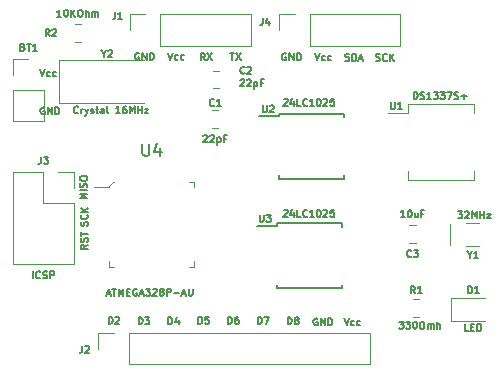
<source format=gto>
G04 #@! TF.GenerationSoftware,KiCad,Pcbnew,5.1.7-a382d34a8~87~ubuntu20.04.1*
G04 #@! TF.CreationDate,2020-11-09T21:14:28-03:00*
G04 #@! TF.ProjectId,Arduino_Clone,41726475-696e-46f5-9f43-6c6f6e652e6b,1*
G04 #@! TF.SameCoordinates,Original*
G04 #@! TF.FileFunction,Legend,Top*
G04 #@! TF.FilePolarity,Positive*
%FSLAX46Y46*%
G04 Gerber Fmt 4.6, Leading zero omitted, Abs format (unit mm)*
G04 Created by KiCad (PCBNEW 5.1.7-a382d34a8~87~ubuntu20.04.1) date 2020-11-09 21:14:28*
%MOMM*%
%LPD*%
G01*
G04 APERTURE LIST*
%ADD10C,0.150000*%
%ADD11C,0.120000*%
%ADD12C,0.100000*%
G04 APERTURE END LIST*
D10*
X97739257Y-48642628D02*
X98082114Y-48642628D01*
X97910685Y-49242628D02*
X97910685Y-48642628D01*
X98224971Y-48642628D02*
X98624971Y-49242628D01*
X98624971Y-48642628D02*
X98224971Y-49242628D01*
X95607200Y-49242628D02*
X95407200Y-48956914D01*
X95264342Y-49242628D02*
X95264342Y-48642628D01*
X95492914Y-48642628D01*
X95550057Y-48671200D01*
X95578628Y-48699771D01*
X95607200Y-48756914D01*
X95607200Y-48842628D01*
X95578628Y-48899771D01*
X95550057Y-48928342D01*
X95492914Y-48956914D01*
X95264342Y-48956914D01*
X95807200Y-48642628D02*
X96207200Y-49242628D01*
X96207200Y-48642628D02*
X95807200Y-49242628D01*
X92452914Y-48591828D02*
X92652914Y-49191828D01*
X92852914Y-48591828D01*
X93310057Y-49163257D02*
X93252914Y-49191828D01*
X93138628Y-49191828D01*
X93081485Y-49163257D01*
X93052914Y-49134685D01*
X93024342Y-49077542D01*
X93024342Y-48906114D01*
X93052914Y-48848971D01*
X93081485Y-48820400D01*
X93138628Y-48791828D01*
X93252914Y-48791828D01*
X93310057Y-48820400D01*
X93824342Y-49163257D02*
X93767200Y-49191828D01*
X93652914Y-49191828D01*
X93595771Y-49163257D01*
X93567200Y-49134685D01*
X93538628Y-49077542D01*
X93538628Y-48906114D01*
X93567200Y-48848971D01*
X93595771Y-48820400D01*
X93652914Y-48791828D01*
X93767200Y-48791828D01*
X93824342Y-48820400D01*
X90017657Y-48620400D02*
X89960514Y-48591828D01*
X89874800Y-48591828D01*
X89789085Y-48620400D01*
X89731942Y-48677542D01*
X89703371Y-48734685D01*
X89674800Y-48848971D01*
X89674800Y-48934685D01*
X89703371Y-49048971D01*
X89731942Y-49106114D01*
X89789085Y-49163257D01*
X89874800Y-49191828D01*
X89931942Y-49191828D01*
X90017657Y-49163257D01*
X90046228Y-49134685D01*
X90046228Y-48934685D01*
X89931942Y-48934685D01*
X90303371Y-49191828D02*
X90303371Y-48591828D01*
X90646228Y-49191828D01*
X90646228Y-48591828D01*
X90931942Y-49191828D02*
X90931942Y-48591828D01*
X91074800Y-48591828D01*
X91160514Y-48620400D01*
X91217657Y-48677542D01*
X91246228Y-48734685D01*
X91274800Y-48848971D01*
X91274800Y-48934685D01*
X91246228Y-49048971D01*
X91217657Y-49106114D01*
X91160514Y-49163257D01*
X91074800Y-49191828D01*
X90931942Y-49191828D01*
X110074171Y-49264857D02*
X110159885Y-49293428D01*
X110302742Y-49293428D01*
X110359885Y-49264857D01*
X110388457Y-49236285D01*
X110417028Y-49179142D01*
X110417028Y-49122000D01*
X110388457Y-49064857D01*
X110359885Y-49036285D01*
X110302742Y-49007714D01*
X110188457Y-48979142D01*
X110131314Y-48950571D01*
X110102742Y-48922000D01*
X110074171Y-48864857D01*
X110074171Y-48807714D01*
X110102742Y-48750571D01*
X110131314Y-48722000D01*
X110188457Y-48693428D01*
X110331314Y-48693428D01*
X110417028Y-48722000D01*
X111017028Y-49236285D02*
X110988457Y-49264857D01*
X110902742Y-49293428D01*
X110845600Y-49293428D01*
X110759885Y-49264857D01*
X110702742Y-49207714D01*
X110674171Y-49150571D01*
X110645600Y-49036285D01*
X110645600Y-48950571D01*
X110674171Y-48836285D01*
X110702742Y-48779142D01*
X110759885Y-48722000D01*
X110845600Y-48693428D01*
X110902742Y-48693428D01*
X110988457Y-48722000D01*
X111017028Y-48750571D01*
X111274171Y-49293428D02*
X111274171Y-48693428D01*
X111617028Y-49293428D02*
X111359885Y-48950571D01*
X111617028Y-48693428D02*
X111274171Y-49036285D01*
X107475428Y-49264857D02*
X107561142Y-49293428D01*
X107704000Y-49293428D01*
X107761142Y-49264857D01*
X107789714Y-49236285D01*
X107818285Y-49179142D01*
X107818285Y-49122000D01*
X107789714Y-49064857D01*
X107761142Y-49036285D01*
X107704000Y-49007714D01*
X107589714Y-48979142D01*
X107532571Y-48950571D01*
X107504000Y-48922000D01*
X107475428Y-48864857D01*
X107475428Y-48807714D01*
X107504000Y-48750571D01*
X107532571Y-48722000D01*
X107589714Y-48693428D01*
X107732571Y-48693428D01*
X107818285Y-48722000D01*
X108075428Y-49293428D02*
X108075428Y-48693428D01*
X108218285Y-48693428D01*
X108304000Y-48722000D01*
X108361142Y-48779142D01*
X108389714Y-48836285D01*
X108418285Y-48950571D01*
X108418285Y-49036285D01*
X108389714Y-49150571D01*
X108361142Y-49207714D01*
X108304000Y-49264857D01*
X108218285Y-49293428D01*
X108075428Y-49293428D01*
X108646857Y-49122000D02*
X108932571Y-49122000D01*
X108589714Y-49293428D02*
X108789714Y-48693428D01*
X108989714Y-49293428D01*
X104898914Y-48642628D02*
X105098914Y-49242628D01*
X105298914Y-48642628D01*
X105756057Y-49214057D02*
X105698914Y-49242628D01*
X105584628Y-49242628D01*
X105527485Y-49214057D01*
X105498914Y-49185485D01*
X105470342Y-49128342D01*
X105470342Y-48956914D01*
X105498914Y-48899771D01*
X105527485Y-48871200D01*
X105584628Y-48842628D01*
X105698914Y-48842628D01*
X105756057Y-48871200D01*
X106270342Y-49214057D02*
X106213200Y-49242628D01*
X106098914Y-49242628D01*
X106041771Y-49214057D01*
X106013200Y-49185485D01*
X105984628Y-49128342D01*
X105984628Y-48956914D01*
X106013200Y-48899771D01*
X106041771Y-48871200D01*
X106098914Y-48842628D01*
X106213200Y-48842628D01*
X106270342Y-48871200D01*
X102463657Y-48671200D02*
X102406514Y-48642628D01*
X102320800Y-48642628D01*
X102235085Y-48671200D01*
X102177942Y-48728342D01*
X102149371Y-48785485D01*
X102120800Y-48899771D01*
X102120800Y-48985485D01*
X102149371Y-49099771D01*
X102177942Y-49156914D01*
X102235085Y-49214057D01*
X102320800Y-49242628D01*
X102377942Y-49242628D01*
X102463657Y-49214057D01*
X102492228Y-49185485D01*
X102492228Y-48985485D01*
X102377942Y-48985485D01*
X102749371Y-49242628D02*
X102749371Y-48642628D01*
X103092228Y-49242628D01*
X103092228Y-48642628D01*
X103377942Y-49242628D02*
X103377942Y-48642628D01*
X103520800Y-48642628D01*
X103606514Y-48671200D01*
X103663657Y-48728342D01*
X103692228Y-48785485D01*
X103720800Y-48899771D01*
X103720800Y-48985485D01*
X103692228Y-49099771D01*
X103663657Y-49156914D01*
X103606514Y-49214057D01*
X103520800Y-49242628D01*
X103377942Y-49242628D01*
X107388114Y-71096228D02*
X107588114Y-71696228D01*
X107788114Y-71096228D01*
X108245257Y-71667657D02*
X108188114Y-71696228D01*
X108073828Y-71696228D01*
X108016685Y-71667657D01*
X107988114Y-71639085D01*
X107959542Y-71581942D01*
X107959542Y-71410514D01*
X107988114Y-71353371D01*
X108016685Y-71324800D01*
X108073828Y-71296228D01*
X108188114Y-71296228D01*
X108245257Y-71324800D01*
X108759542Y-71667657D02*
X108702400Y-71696228D01*
X108588114Y-71696228D01*
X108530971Y-71667657D01*
X108502400Y-71639085D01*
X108473828Y-71581942D01*
X108473828Y-71410514D01*
X108502400Y-71353371D01*
X108530971Y-71324800D01*
X108588114Y-71296228D01*
X108702400Y-71296228D01*
X108759542Y-71324800D01*
X105117957Y-71124800D02*
X105060814Y-71096228D01*
X104975100Y-71096228D01*
X104889385Y-71124800D01*
X104832242Y-71181942D01*
X104803671Y-71239085D01*
X104775100Y-71353371D01*
X104775100Y-71439085D01*
X104803671Y-71553371D01*
X104832242Y-71610514D01*
X104889385Y-71667657D01*
X104975100Y-71696228D01*
X105032242Y-71696228D01*
X105117957Y-71667657D01*
X105146528Y-71639085D01*
X105146528Y-71439085D01*
X105032242Y-71439085D01*
X105403671Y-71696228D02*
X105403671Y-71096228D01*
X105746528Y-71696228D01*
X105746528Y-71096228D01*
X106032242Y-71696228D02*
X106032242Y-71096228D01*
X106175100Y-71096228D01*
X106260814Y-71124800D01*
X106317957Y-71181942D01*
X106346528Y-71239085D01*
X106375100Y-71353371D01*
X106375100Y-71439085D01*
X106346528Y-71553371D01*
X106317957Y-71610514D01*
X106260814Y-71667657D01*
X106175100Y-71696228D01*
X106032242Y-71696228D01*
X102604942Y-71594628D02*
X102604942Y-70994628D01*
X102747800Y-70994628D01*
X102833514Y-71023200D01*
X102890657Y-71080342D01*
X102919228Y-71137485D01*
X102947800Y-71251771D01*
X102947800Y-71337485D01*
X102919228Y-71451771D01*
X102890657Y-71508914D01*
X102833514Y-71566057D01*
X102747800Y-71594628D01*
X102604942Y-71594628D01*
X103290657Y-71251771D02*
X103233514Y-71223200D01*
X103204942Y-71194628D01*
X103176371Y-71137485D01*
X103176371Y-71108914D01*
X103204942Y-71051771D01*
X103233514Y-71023200D01*
X103290657Y-70994628D01*
X103404942Y-70994628D01*
X103462085Y-71023200D01*
X103490657Y-71051771D01*
X103519228Y-71108914D01*
X103519228Y-71137485D01*
X103490657Y-71194628D01*
X103462085Y-71223200D01*
X103404942Y-71251771D01*
X103290657Y-71251771D01*
X103233514Y-71280342D01*
X103204942Y-71308914D01*
X103176371Y-71366057D01*
X103176371Y-71480342D01*
X103204942Y-71537485D01*
X103233514Y-71566057D01*
X103290657Y-71594628D01*
X103404942Y-71594628D01*
X103462085Y-71566057D01*
X103490657Y-71537485D01*
X103519228Y-71480342D01*
X103519228Y-71366057D01*
X103490657Y-71308914D01*
X103462085Y-71280342D01*
X103404942Y-71251771D01*
X100077642Y-71543828D02*
X100077642Y-70943828D01*
X100220500Y-70943828D01*
X100306214Y-70972400D01*
X100363357Y-71029542D01*
X100391928Y-71086685D01*
X100420500Y-71200971D01*
X100420500Y-71286685D01*
X100391928Y-71400971D01*
X100363357Y-71458114D01*
X100306214Y-71515257D01*
X100220500Y-71543828D01*
X100077642Y-71543828D01*
X100620500Y-70943828D02*
X101020500Y-70943828D01*
X100763357Y-71543828D01*
X97550342Y-71543828D02*
X97550342Y-70943828D01*
X97693200Y-70943828D01*
X97778914Y-70972400D01*
X97836057Y-71029542D01*
X97864628Y-71086685D01*
X97893200Y-71200971D01*
X97893200Y-71286685D01*
X97864628Y-71400971D01*
X97836057Y-71458114D01*
X97778914Y-71515257D01*
X97693200Y-71543828D01*
X97550342Y-71543828D01*
X98407485Y-70943828D02*
X98293200Y-70943828D01*
X98236057Y-70972400D01*
X98207485Y-71000971D01*
X98150342Y-71086685D01*
X98121771Y-71200971D01*
X98121771Y-71429542D01*
X98150342Y-71486685D01*
X98178914Y-71515257D01*
X98236057Y-71543828D01*
X98350342Y-71543828D01*
X98407485Y-71515257D01*
X98436057Y-71486685D01*
X98464628Y-71429542D01*
X98464628Y-71286685D01*
X98436057Y-71229542D01*
X98407485Y-71200971D01*
X98350342Y-71172400D01*
X98236057Y-71172400D01*
X98178914Y-71200971D01*
X98150342Y-71229542D01*
X98121771Y-71286685D01*
X95023042Y-71543828D02*
X95023042Y-70943828D01*
X95165900Y-70943828D01*
X95251614Y-70972400D01*
X95308757Y-71029542D01*
X95337328Y-71086685D01*
X95365900Y-71200971D01*
X95365900Y-71286685D01*
X95337328Y-71400971D01*
X95308757Y-71458114D01*
X95251614Y-71515257D01*
X95165900Y-71543828D01*
X95023042Y-71543828D01*
X95908757Y-70943828D02*
X95623042Y-70943828D01*
X95594471Y-71229542D01*
X95623042Y-71200971D01*
X95680185Y-71172400D01*
X95823042Y-71172400D01*
X95880185Y-71200971D01*
X95908757Y-71229542D01*
X95937328Y-71286685D01*
X95937328Y-71429542D01*
X95908757Y-71486685D01*
X95880185Y-71515257D01*
X95823042Y-71543828D01*
X95680185Y-71543828D01*
X95623042Y-71515257D01*
X95594471Y-71486685D01*
X92495742Y-71594628D02*
X92495742Y-70994628D01*
X92638600Y-70994628D01*
X92724314Y-71023200D01*
X92781457Y-71080342D01*
X92810028Y-71137485D01*
X92838600Y-71251771D01*
X92838600Y-71337485D01*
X92810028Y-71451771D01*
X92781457Y-71508914D01*
X92724314Y-71566057D01*
X92638600Y-71594628D01*
X92495742Y-71594628D01*
X93352885Y-71194628D02*
X93352885Y-71594628D01*
X93210028Y-70966057D02*
X93067171Y-71394628D01*
X93438600Y-71394628D01*
X89968442Y-71594628D02*
X89968442Y-70994628D01*
X90111300Y-70994628D01*
X90197014Y-71023200D01*
X90254157Y-71080342D01*
X90282728Y-71137485D01*
X90311300Y-71251771D01*
X90311300Y-71337485D01*
X90282728Y-71451771D01*
X90254157Y-71508914D01*
X90197014Y-71566057D01*
X90111300Y-71594628D01*
X89968442Y-71594628D01*
X90511300Y-70994628D02*
X90882728Y-70994628D01*
X90682728Y-71223200D01*
X90768442Y-71223200D01*
X90825585Y-71251771D01*
X90854157Y-71280342D01*
X90882728Y-71337485D01*
X90882728Y-71480342D01*
X90854157Y-71537485D01*
X90825585Y-71566057D01*
X90768442Y-71594628D01*
X90597014Y-71594628D01*
X90539871Y-71566057D01*
X90511300Y-71537485D01*
X87441142Y-71543828D02*
X87441142Y-70943828D01*
X87584000Y-70943828D01*
X87669714Y-70972400D01*
X87726857Y-71029542D01*
X87755428Y-71086685D01*
X87784000Y-71200971D01*
X87784000Y-71286685D01*
X87755428Y-71400971D01*
X87726857Y-71458114D01*
X87669714Y-71515257D01*
X87584000Y-71543828D01*
X87441142Y-71543828D01*
X88012571Y-71000971D02*
X88041142Y-70972400D01*
X88098285Y-70943828D01*
X88241142Y-70943828D01*
X88298285Y-70972400D01*
X88326857Y-71000971D01*
X88355428Y-71058114D01*
X88355428Y-71115257D01*
X88326857Y-71200971D01*
X87984000Y-71543828D01*
X88355428Y-71543828D01*
X85666228Y-64844571D02*
X85380514Y-65044571D01*
X85666228Y-65187428D02*
X85066228Y-65187428D01*
X85066228Y-64958857D01*
X85094800Y-64901714D01*
X85123371Y-64873142D01*
X85180514Y-64844571D01*
X85266228Y-64844571D01*
X85323371Y-64873142D01*
X85351942Y-64901714D01*
X85380514Y-64958857D01*
X85380514Y-65187428D01*
X85637657Y-64616000D02*
X85666228Y-64530285D01*
X85666228Y-64387428D01*
X85637657Y-64330285D01*
X85609085Y-64301714D01*
X85551942Y-64273142D01*
X85494800Y-64273142D01*
X85437657Y-64301714D01*
X85409085Y-64330285D01*
X85380514Y-64387428D01*
X85351942Y-64501714D01*
X85323371Y-64558857D01*
X85294800Y-64587428D01*
X85237657Y-64616000D01*
X85180514Y-64616000D01*
X85123371Y-64587428D01*
X85094800Y-64558857D01*
X85066228Y-64501714D01*
X85066228Y-64358857D01*
X85094800Y-64273142D01*
X85066228Y-64101714D02*
X85066228Y-63758857D01*
X85666228Y-63930285D02*
X85066228Y-63930285D01*
X85637657Y-63255428D02*
X85666228Y-63169714D01*
X85666228Y-63026857D01*
X85637657Y-62969714D01*
X85609085Y-62941142D01*
X85551942Y-62912571D01*
X85494800Y-62912571D01*
X85437657Y-62941142D01*
X85409085Y-62969714D01*
X85380514Y-63026857D01*
X85351942Y-63141142D01*
X85323371Y-63198285D01*
X85294800Y-63226857D01*
X85237657Y-63255428D01*
X85180514Y-63255428D01*
X85123371Y-63226857D01*
X85094800Y-63198285D01*
X85066228Y-63141142D01*
X85066228Y-62998285D01*
X85094800Y-62912571D01*
X85609085Y-62312571D02*
X85637657Y-62341142D01*
X85666228Y-62426857D01*
X85666228Y-62484000D01*
X85637657Y-62569714D01*
X85580514Y-62626857D01*
X85523371Y-62655428D01*
X85409085Y-62684000D01*
X85323371Y-62684000D01*
X85209085Y-62655428D01*
X85151942Y-62626857D01*
X85094800Y-62569714D01*
X85066228Y-62484000D01*
X85066228Y-62426857D01*
X85094800Y-62341142D01*
X85123371Y-62312571D01*
X85666228Y-62055428D02*
X85066228Y-62055428D01*
X85666228Y-61712571D02*
X85323371Y-61969714D01*
X85066228Y-61712571D02*
X85409085Y-62055428D01*
X85615428Y-60937657D02*
X85015428Y-60937657D01*
X85444000Y-60737657D01*
X85015428Y-60537657D01*
X85615428Y-60537657D01*
X85615428Y-60251942D02*
X85015428Y-60251942D01*
X85586857Y-59994800D02*
X85615428Y-59909085D01*
X85615428Y-59766228D01*
X85586857Y-59709085D01*
X85558285Y-59680514D01*
X85501142Y-59651942D01*
X85444000Y-59651942D01*
X85386857Y-59680514D01*
X85358285Y-59709085D01*
X85329714Y-59766228D01*
X85301142Y-59880514D01*
X85272571Y-59937657D01*
X85244000Y-59966228D01*
X85186857Y-59994800D01*
X85129714Y-59994800D01*
X85072571Y-59966228D01*
X85044000Y-59937657D01*
X85015428Y-59880514D01*
X85015428Y-59737657D01*
X85044000Y-59651942D01*
X85015428Y-59280514D02*
X85015428Y-59166228D01*
X85044000Y-59109085D01*
X85101142Y-59051942D01*
X85215428Y-59023371D01*
X85415428Y-59023371D01*
X85529714Y-59051942D01*
X85586857Y-59109085D01*
X85615428Y-59166228D01*
X85615428Y-59280514D01*
X85586857Y-59337657D01*
X85529714Y-59394800D01*
X85415428Y-59423371D01*
X85215428Y-59423371D01*
X85101142Y-59394800D01*
X85044000Y-59337657D01*
X85015428Y-59280514D01*
X81991257Y-53243200D02*
X81934114Y-53214628D01*
X81848400Y-53214628D01*
X81762685Y-53243200D01*
X81705542Y-53300342D01*
X81676971Y-53357485D01*
X81648400Y-53471771D01*
X81648400Y-53557485D01*
X81676971Y-53671771D01*
X81705542Y-53728914D01*
X81762685Y-53786057D01*
X81848400Y-53814628D01*
X81905542Y-53814628D01*
X81991257Y-53786057D01*
X82019828Y-53757485D01*
X82019828Y-53557485D01*
X81905542Y-53557485D01*
X82276971Y-53814628D02*
X82276971Y-53214628D01*
X82619828Y-53814628D01*
X82619828Y-53214628D01*
X82905542Y-53814628D02*
X82905542Y-53214628D01*
X83048400Y-53214628D01*
X83134114Y-53243200D01*
X83191257Y-53300342D01*
X83219828Y-53357485D01*
X83248400Y-53471771D01*
X83248400Y-53557485D01*
X83219828Y-53671771D01*
X83191257Y-53728914D01*
X83134114Y-53786057D01*
X83048400Y-53814628D01*
X82905542Y-53814628D01*
X81632514Y-50014228D02*
X81832514Y-50614228D01*
X82032514Y-50014228D01*
X82489657Y-50585657D02*
X82432514Y-50614228D01*
X82318228Y-50614228D01*
X82261085Y-50585657D01*
X82232514Y-50557085D01*
X82203942Y-50499942D01*
X82203942Y-50328514D01*
X82232514Y-50271371D01*
X82261085Y-50242800D01*
X82318228Y-50214228D01*
X82432514Y-50214228D01*
X82489657Y-50242800D01*
X83003942Y-50585657D02*
X82946800Y-50614228D01*
X82832514Y-50614228D01*
X82775371Y-50585657D01*
X82746800Y-50557085D01*
X82718228Y-50499942D01*
X82718228Y-50328514D01*
X82746800Y-50271371D01*
X82775371Y-50242800D01*
X82832514Y-50214228D01*
X82946800Y-50214228D01*
X83003942Y-50242800D01*
D11*
X79315000Y-54352500D02*
X81975000Y-54352500D01*
X79315000Y-51752500D02*
X79315000Y-54352500D01*
X81975000Y-51752500D02*
X81975000Y-54352500D01*
X79315000Y-51752500D02*
X81975000Y-51752500D01*
X79315000Y-50482500D02*
X79315000Y-49152500D01*
X79315000Y-49152500D02*
X80645000Y-49152500D01*
X96192748Y-53494000D02*
X96715252Y-53494000D01*
X96192748Y-54964000D02*
X96715252Y-54964000D01*
X96261248Y-51598500D02*
X96783752Y-51598500D01*
X96261248Y-50128500D02*
X96783752Y-50128500D01*
X113421252Y-64679500D02*
X112898748Y-64679500D01*
X113421252Y-63209500D02*
X112898748Y-63209500D01*
X119292000Y-69398000D02*
X116432000Y-69398000D01*
X116432000Y-69398000D02*
X116432000Y-71318000D01*
X116432000Y-71318000D02*
X119292000Y-71318000D01*
X89221000Y-46672500D02*
X89221000Y-45342500D01*
X89221000Y-45342500D02*
X90551000Y-45342500D01*
X91821000Y-45342500D02*
X99501000Y-45342500D01*
X99501000Y-48002500D02*
X99501000Y-45342500D01*
X91821000Y-48002500D02*
X99501000Y-48002500D01*
X91821000Y-48002500D02*
X91821000Y-45342500D01*
X89154000Y-74990000D02*
X89154000Y-72330000D01*
X89154000Y-74990000D02*
X109534000Y-74990000D01*
X109534000Y-74990000D02*
X109534000Y-72330000D01*
X89154000Y-72330000D02*
X109534000Y-72330000D01*
X86554000Y-72330000D02*
X87884000Y-72330000D01*
X86554000Y-73660000D02*
X86554000Y-72330000D01*
X79315000Y-58741000D02*
X81915000Y-58741000D01*
X79315000Y-58741000D02*
X79315000Y-66481000D01*
X79315000Y-66481000D02*
X84515000Y-66481000D01*
X84515000Y-61341000D02*
X84515000Y-66481000D01*
X81915000Y-61341000D02*
X84515000Y-61341000D01*
X81915000Y-58741000D02*
X81915000Y-61341000D01*
X84515000Y-58741000D02*
X84515000Y-60071000D01*
X83185000Y-58741000D02*
X84515000Y-58741000D01*
X104458000Y-48002500D02*
X104458000Y-45342500D01*
X104458000Y-48002500D02*
X112138000Y-48002500D01*
X112138000Y-48002500D02*
X112138000Y-45342500D01*
X104458000Y-45342500D02*
X112138000Y-45342500D01*
X101858000Y-45342500D02*
X103188000Y-45342500D01*
X101858000Y-46672500D02*
X101858000Y-45342500D01*
X113678064Y-70966000D02*
X113223936Y-70966000D01*
X113678064Y-69496000D02*
X113223936Y-69496000D01*
X85060564Y-46191500D02*
X84606436Y-46191500D01*
X85060564Y-47661500D02*
X84606436Y-47661500D01*
X115570000Y-59344000D02*
X118330000Y-59344000D01*
X118330000Y-59344000D02*
X118330000Y-58599000D01*
X115570000Y-59344000D02*
X112810000Y-59344000D01*
X112810000Y-59344000D02*
X112810000Y-58599000D01*
X115570000Y-52924000D02*
X118330000Y-52924000D01*
X118330000Y-52924000D02*
X118330000Y-53669000D01*
X115570000Y-52924000D02*
X112810000Y-52924000D01*
X112810000Y-52924000D02*
X112810000Y-53669000D01*
X112810000Y-53669000D02*
X111120000Y-53669000D01*
D10*
X101898000Y-53760000D02*
X101898000Y-53965000D01*
X107398000Y-53760000D02*
X107398000Y-54060000D01*
X107398000Y-59270000D02*
X107398000Y-58970000D01*
X101898000Y-59270000D02*
X101898000Y-58970000D01*
X101898000Y-53760000D02*
X107398000Y-53760000D01*
X101898000Y-59270000D02*
X107398000Y-59270000D01*
X101898000Y-53965000D02*
X100148000Y-53965000D01*
X101708000Y-63236000D02*
X99958000Y-63236000D01*
X101708000Y-68541000D02*
X107208000Y-68541000D01*
X101708000Y-63031000D02*
X107208000Y-63031000D01*
X101708000Y-68541000D02*
X101708000Y-68241000D01*
X107208000Y-68541000D02*
X107208000Y-68241000D01*
X107208000Y-63031000D02*
X107208000Y-63331000D01*
X101708000Y-63031000D02*
X101708000Y-63236000D01*
D12*
X87909000Y-59519000D02*
X87809000Y-59519000D01*
X87809000Y-59519000D02*
X87459000Y-59869000D01*
X87459000Y-59869000D02*
X87459000Y-59969000D01*
X87459000Y-59969000D02*
X86159000Y-59969000D01*
X94659000Y-59519000D02*
X94209000Y-59519000D01*
X94659000Y-59519000D02*
X94659000Y-59969000D01*
X94659000Y-66719000D02*
X94659000Y-66269000D01*
X94659000Y-66719000D02*
X94209000Y-66719000D01*
X87459000Y-66719000D02*
X87909000Y-66719000D01*
X87459000Y-66719000D02*
X87459000Y-66269000D01*
D11*
X117730000Y-63058000D02*
X118830000Y-63058000D01*
X117730000Y-64958000D02*
X118830000Y-64958000D01*
X116330000Y-63108000D02*
X116330000Y-64908000D01*
X90453500Y-49254000D02*
X83203500Y-49254000D01*
X83203500Y-49254000D02*
X83203500Y-52854000D01*
X83203500Y-52854000D02*
X90453500Y-52854000D01*
D10*
X80173571Y-48109642D02*
X80259285Y-48138214D01*
X80287857Y-48166785D01*
X80316428Y-48223928D01*
X80316428Y-48309642D01*
X80287857Y-48366785D01*
X80259285Y-48395357D01*
X80202142Y-48423928D01*
X79973571Y-48423928D01*
X79973571Y-47823928D01*
X80173571Y-47823928D01*
X80230714Y-47852500D01*
X80259285Y-47881071D01*
X80287857Y-47938214D01*
X80287857Y-47995357D01*
X80259285Y-48052500D01*
X80230714Y-48081071D01*
X80173571Y-48109642D01*
X79973571Y-48109642D01*
X80487857Y-47823928D02*
X80830714Y-47823928D01*
X80659285Y-48423928D02*
X80659285Y-47823928D01*
X81345000Y-48423928D02*
X81002142Y-48423928D01*
X81173571Y-48423928D02*
X81173571Y-47823928D01*
X81116428Y-47909642D01*
X81059285Y-47966785D01*
X81002142Y-47995357D01*
X96354000Y-53046285D02*
X96325428Y-53074857D01*
X96239714Y-53103428D01*
X96182571Y-53103428D01*
X96096857Y-53074857D01*
X96039714Y-53017714D01*
X96011142Y-52960571D01*
X95982571Y-52846285D01*
X95982571Y-52760571D01*
X96011142Y-52646285D01*
X96039714Y-52589142D01*
X96096857Y-52532000D01*
X96182571Y-52503428D01*
X96239714Y-52503428D01*
X96325428Y-52532000D01*
X96354000Y-52560571D01*
X96925428Y-53103428D02*
X96582571Y-53103428D01*
X96754000Y-53103428D02*
X96754000Y-52503428D01*
X96696857Y-52589142D01*
X96639714Y-52646285D01*
X96582571Y-52674857D01*
X95468285Y-55637571D02*
X95496857Y-55609000D01*
X95554000Y-55580428D01*
X95696857Y-55580428D01*
X95754000Y-55609000D01*
X95782571Y-55637571D01*
X95811142Y-55694714D01*
X95811142Y-55751857D01*
X95782571Y-55837571D01*
X95439714Y-56180428D01*
X95811142Y-56180428D01*
X96039714Y-55637571D02*
X96068285Y-55609000D01*
X96125428Y-55580428D01*
X96268285Y-55580428D01*
X96325428Y-55609000D01*
X96354000Y-55637571D01*
X96382571Y-55694714D01*
X96382571Y-55751857D01*
X96354000Y-55837571D01*
X96011142Y-56180428D01*
X96382571Y-56180428D01*
X96639714Y-55780428D02*
X96639714Y-56380428D01*
X96639714Y-55809000D02*
X96696857Y-55780428D01*
X96811142Y-55780428D01*
X96868285Y-55809000D01*
X96896857Y-55837571D01*
X96925428Y-55894714D01*
X96925428Y-56066142D01*
X96896857Y-56123285D01*
X96868285Y-56151857D01*
X96811142Y-56180428D01*
X96696857Y-56180428D01*
X96639714Y-56151857D01*
X97382571Y-55866142D02*
X97182571Y-55866142D01*
X97182571Y-56180428D02*
X97182571Y-55580428D01*
X97468285Y-55580428D01*
X98960000Y-50315785D02*
X98931428Y-50344357D01*
X98845714Y-50372928D01*
X98788571Y-50372928D01*
X98702857Y-50344357D01*
X98645714Y-50287214D01*
X98617142Y-50230071D01*
X98588571Y-50115785D01*
X98588571Y-50030071D01*
X98617142Y-49915785D01*
X98645714Y-49858642D01*
X98702857Y-49801500D01*
X98788571Y-49772928D01*
X98845714Y-49772928D01*
X98931428Y-49801500D01*
X98960000Y-49830071D01*
X99188571Y-49830071D02*
X99217142Y-49801500D01*
X99274285Y-49772928D01*
X99417142Y-49772928D01*
X99474285Y-49801500D01*
X99502857Y-49830071D01*
X99531428Y-49887214D01*
X99531428Y-49944357D01*
X99502857Y-50030071D01*
X99160000Y-50372928D01*
X99531428Y-50372928D01*
X98582285Y-50909571D02*
X98610857Y-50881000D01*
X98668000Y-50852428D01*
X98810857Y-50852428D01*
X98868000Y-50881000D01*
X98896571Y-50909571D01*
X98925142Y-50966714D01*
X98925142Y-51023857D01*
X98896571Y-51109571D01*
X98553714Y-51452428D01*
X98925142Y-51452428D01*
X99153714Y-50909571D02*
X99182285Y-50881000D01*
X99239428Y-50852428D01*
X99382285Y-50852428D01*
X99439428Y-50881000D01*
X99468000Y-50909571D01*
X99496571Y-50966714D01*
X99496571Y-51023857D01*
X99468000Y-51109571D01*
X99125142Y-51452428D01*
X99496571Y-51452428D01*
X99753714Y-51052428D02*
X99753714Y-51652428D01*
X99753714Y-51081000D02*
X99810857Y-51052428D01*
X99925142Y-51052428D01*
X99982285Y-51081000D01*
X100010857Y-51109571D01*
X100039428Y-51166714D01*
X100039428Y-51338142D01*
X100010857Y-51395285D01*
X99982285Y-51423857D01*
X99925142Y-51452428D01*
X99810857Y-51452428D01*
X99753714Y-51423857D01*
X100496571Y-51138142D02*
X100296571Y-51138142D01*
X100296571Y-51452428D02*
X100296571Y-50852428D01*
X100582285Y-50852428D01*
X113060000Y-65838785D02*
X113031428Y-65867357D01*
X112945714Y-65895928D01*
X112888571Y-65895928D01*
X112802857Y-65867357D01*
X112745714Y-65810214D01*
X112717142Y-65753071D01*
X112688571Y-65638785D01*
X112688571Y-65553071D01*
X112717142Y-65438785D01*
X112745714Y-65381642D01*
X112802857Y-65324500D01*
X112888571Y-65295928D01*
X112945714Y-65295928D01*
X113031428Y-65324500D01*
X113060000Y-65353071D01*
X113260000Y-65295928D02*
X113631428Y-65295928D01*
X113431428Y-65524500D01*
X113517142Y-65524500D01*
X113574285Y-65553071D01*
X113602857Y-65581642D01*
X113631428Y-65638785D01*
X113631428Y-65781642D01*
X113602857Y-65838785D01*
X113574285Y-65867357D01*
X113517142Y-65895928D01*
X113345714Y-65895928D01*
X113288571Y-65867357D01*
X113260000Y-65838785D01*
X112517142Y-62535928D02*
X112174285Y-62535928D01*
X112345714Y-62535928D02*
X112345714Y-61935928D01*
X112288571Y-62021642D01*
X112231428Y-62078785D01*
X112174285Y-62107357D01*
X112888571Y-61935928D02*
X112945714Y-61935928D01*
X113002857Y-61964500D01*
X113031428Y-61993071D01*
X113060000Y-62050214D01*
X113088571Y-62164500D01*
X113088571Y-62307357D01*
X113060000Y-62421642D01*
X113031428Y-62478785D01*
X113002857Y-62507357D01*
X112945714Y-62535928D01*
X112888571Y-62535928D01*
X112831428Y-62507357D01*
X112802857Y-62478785D01*
X112774285Y-62421642D01*
X112745714Y-62307357D01*
X112745714Y-62164500D01*
X112774285Y-62050214D01*
X112802857Y-61993071D01*
X112831428Y-61964500D01*
X112888571Y-61935928D01*
X113602857Y-62135928D02*
X113602857Y-62535928D01*
X113345714Y-62135928D02*
X113345714Y-62450214D01*
X113374285Y-62507357D01*
X113431428Y-62535928D01*
X113517142Y-62535928D01*
X113574285Y-62507357D01*
X113602857Y-62478785D01*
X114088571Y-62221642D02*
X113888571Y-62221642D01*
X113888571Y-62535928D02*
X113888571Y-61935928D01*
X114174285Y-61935928D01*
X117849142Y-68979428D02*
X117849142Y-68379428D01*
X117992000Y-68379428D01*
X118077714Y-68408000D01*
X118134857Y-68465142D01*
X118163428Y-68522285D01*
X118192000Y-68636571D01*
X118192000Y-68722285D01*
X118163428Y-68836571D01*
X118134857Y-68893714D01*
X118077714Y-68950857D01*
X117992000Y-68979428D01*
X117849142Y-68979428D01*
X118763428Y-68979428D02*
X118420571Y-68979428D01*
X118592000Y-68979428D02*
X118592000Y-68379428D01*
X118534857Y-68465142D01*
X118477714Y-68522285D01*
X118420571Y-68550857D01*
X117914785Y-72153428D02*
X117629071Y-72153428D01*
X117629071Y-71553428D01*
X118114785Y-71839142D02*
X118314785Y-71839142D01*
X118400500Y-72153428D02*
X118114785Y-72153428D01*
X118114785Y-71553428D01*
X118400500Y-71553428D01*
X118657642Y-72153428D02*
X118657642Y-71553428D01*
X118800500Y-71553428D01*
X118886214Y-71582000D01*
X118943357Y-71639142D01*
X118971928Y-71696285D01*
X119000500Y-71810571D01*
X119000500Y-71896285D01*
X118971928Y-72010571D01*
X118943357Y-72067714D01*
X118886214Y-72124857D01*
X118800500Y-72153428D01*
X118657642Y-72153428D01*
X88001500Y-45137428D02*
X88001500Y-45566000D01*
X87972928Y-45651714D01*
X87915785Y-45708857D01*
X87830071Y-45737428D01*
X87772928Y-45737428D01*
X88601500Y-45737428D02*
X88258642Y-45737428D01*
X88430071Y-45737428D02*
X88430071Y-45137428D01*
X88372928Y-45223142D01*
X88315785Y-45280285D01*
X88258642Y-45308857D01*
X85207500Y-73394928D02*
X85207500Y-73823500D01*
X85178928Y-73909214D01*
X85121785Y-73966357D01*
X85036071Y-73994928D01*
X84978928Y-73994928D01*
X85464642Y-73452071D02*
X85493214Y-73423500D01*
X85550357Y-73394928D01*
X85693214Y-73394928D01*
X85750357Y-73423500D01*
X85778928Y-73452071D01*
X85807500Y-73509214D01*
X85807500Y-73566357D01*
X85778928Y-73652071D01*
X85436071Y-73994928D01*
X85807500Y-73994928D01*
X81715000Y-57392928D02*
X81715000Y-57821500D01*
X81686428Y-57907214D01*
X81629285Y-57964357D01*
X81543571Y-57992928D01*
X81486428Y-57992928D01*
X81943571Y-57392928D02*
X82315000Y-57392928D01*
X82115000Y-57621500D01*
X82200714Y-57621500D01*
X82257857Y-57650071D01*
X82286428Y-57678642D01*
X82315000Y-57735785D01*
X82315000Y-57878642D01*
X82286428Y-57935785D01*
X82257857Y-57964357D01*
X82200714Y-57992928D01*
X82029285Y-57992928D01*
X81972142Y-57964357D01*
X81943571Y-57935785D01*
X81029285Y-67708428D02*
X81029285Y-67108428D01*
X81657857Y-67651285D02*
X81629285Y-67679857D01*
X81543571Y-67708428D01*
X81486428Y-67708428D01*
X81400714Y-67679857D01*
X81343571Y-67622714D01*
X81315000Y-67565571D01*
X81286428Y-67451285D01*
X81286428Y-67365571D01*
X81315000Y-67251285D01*
X81343571Y-67194142D01*
X81400714Y-67137000D01*
X81486428Y-67108428D01*
X81543571Y-67108428D01*
X81629285Y-67137000D01*
X81657857Y-67165571D01*
X81886428Y-67679857D02*
X81972142Y-67708428D01*
X82115000Y-67708428D01*
X82172142Y-67679857D01*
X82200714Y-67651285D01*
X82229285Y-67594142D01*
X82229285Y-67537000D01*
X82200714Y-67479857D01*
X82172142Y-67451285D01*
X82115000Y-67422714D01*
X82000714Y-67394142D01*
X81943571Y-67365571D01*
X81915000Y-67337000D01*
X81886428Y-67279857D01*
X81886428Y-67222714D01*
X81915000Y-67165571D01*
X81943571Y-67137000D01*
X82000714Y-67108428D01*
X82143571Y-67108428D01*
X82229285Y-67137000D01*
X82486428Y-67708428D02*
X82486428Y-67108428D01*
X82715000Y-67108428D01*
X82772142Y-67137000D01*
X82800714Y-67165571D01*
X82829285Y-67222714D01*
X82829285Y-67308428D01*
X82800714Y-67365571D01*
X82772142Y-67394142D01*
X82715000Y-67422714D01*
X82486428Y-67422714D01*
X100485600Y-45696228D02*
X100485600Y-46124800D01*
X100457028Y-46210514D01*
X100399885Y-46267657D01*
X100314171Y-46296228D01*
X100257028Y-46296228D01*
X101028457Y-45896228D02*
X101028457Y-46296228D01*
X100885600Y-45667657D02*
X100742742Y-46096228D01*
X101114171Y-46096228D01*
X113374500Y-68978428D02*
X113174500Y-68692714D01*
X113031642Y-68978428D02*
X113031642Y-68378428D01*
X113260214Y-68378428D01*
X113317357Y-68407000D01*
X113345928Y-68435571D01*
X113374500Y-68492714D01*
X113374500Y-68578428D01*
X113345928Y-68635571D01*
X113317357Y-68664142D01*
X113260214Y-68692714D01*
X113031642Y-68692714D01*
X113945928Y-68978428D02*
X113603071Y-68978428D01*
X113774500Y-68978428D02*
X113774500Y-68378428D01*
X113717357Y-68464142D01*
X113660214Y-68521285D01*
X113603071Y-68549857D01*
X112034857Y-71362928D02*
X112406285Y-71362928D01*
X112206285Y-71591500D01*
X112292000Y-71591500D01*
X112349142Y-71620071D01*
X112377714Y-71648642D01*
X112406285Y-71705785D01*
X112406285Y-71848642D01*
X112377714Y-71905785D01*
X112349142Y-71934357D01*
X112292000Y-71962928D01*
X112120571Y-71962928D01*
X112063428Y-71934357D01*
X112034857Y-71905785D01*
X112606285Y-71362928D02*
X112977714Y-71362928D01*
X112777714Y-71591500D01*
X112863428Y-71591500D01*
X112920571Y-71620071D01*
X112949142Y-71648642D01*
X112977714Y-71705785D01*
X112977714Y-71848642D01*
X112949142Y-71905785D01*
X112920571Y-71934357D01*
X112863428Y-71962928D01*
X112692000Y-71962928D01*
X112634857Y-71934357D01*
X112606285Y-71905785D01*
X113349142Y-71362928D02*
X113406285Y-71362928D01*
X113463428Y-71391500D01*
X113492000Y-71420071D01*
X113520571Y-71477214D01*
X113549142Y-71591500D01*
X113549142Y-71734357D01*
X113520571Y-71848642D01*
X113492000Y-71905785D01*
X113463428Y-71934357D01*
X113406285Y-71962928D01*
X113349142Y-71962928D01*
X113292000Y-71934357D01*
X113263428Y-71905785D01*
X113234857Y-71848642D01*
X113206285Y-71734357D01*
X113206285Y-71591500D01*
X113234857Y-71477214D01*
X113263428Y-71420071D01*
X113292000Y-71391500D01*
X113349142Y-71362928D01*
X113920571Y-71362928D02*
X114034857Y-71362928D01*
X114092000Y-71391500D01*
X114149142Y-71448642D01*
X114177714Y-71562928D01*
X114177714Y-71762928D01*
X114149142Y-71877214D01*
X114092000Y-71934357D01*
X114034857Y-71962928D01*
X113920571Y-71962928D01*
X113863428Y-71934357D01*
X113806285Y-71877214D01*
X113777714Y-71762928D01*
X113777714Y-71562928D01*
X113806285Y-71448642D01*
X113863428Y-71391500D01*
X113920571Y-71362928D01*
X114434857Y-71962928D02*
X114434857Y-71562928D01*
X114434857Y-71620071D02*
X114463428Y-71591500D01*
X114520571Y-71562928D01*
X114606285Y-71562928D01*
X114663428Y-71591500D01*
X114692000Y-71648642D01*
X114692000Y-71962928D01*
X114692000Y-71648642D02*
X114720571Y-71591500D01*
X114777714Y-71562928D01*
X114863428Y-71562928D01*
X114920571Y-71591500D01*
X114949142Y-71648642D01*
X114949142Y-71962928D01*
X115234857Y-71962928D02*
X115234857Y-71362928D01*
X115492000Y-71962928D02*
X115492000Y-71648642D01*
X115463428Y-71591500D01*
X115406285Y-71562928D01*
X115320571Y-71562928D01*
X115263428Y-71591500D01*
X115234857Y-71620071D01*
X82450000Y-47197928D02*
X82250000Y-46912214D01*
X82107142Y-47197928D02*
X82107142Y-46597928D01*
X82335714Y-46597928D01*
X82392857Y-46626500D01*
X82421428Y-46655071D01*
X82450000Y-46712214D01*
X82450000Y-46797928D01*
X82421428Y-46855071D01*
X82392857Y-46883642D01*
X82335714Y-46912214D01*
X82107142Y-46912214D01*
X82678571Y-46655071D02*
X82707142Y-46626500D01*
X82764285Y-46597928D01*
X82907142Y-46597928D01*
X82964285Y-46626500D01*
X82992857Y-46655071D01*
X83021428Y-46712214D01*
X83021428Y-46769357D01*
X82992857Y-46855071D01*
X82650000Y-47197928D01*
X83021428Y-47197928D01*
X83433500Y-45547928D02*
X83090642Y-45547928D01*
X83262071Y-45547928D02*
X83262071Y-44947928D01*
X83204928Y-45033642D01*
X83147785Y-45090785D01*
X83090642Y-45119357D01*
X83804928Y-44947928D02*
X83862071Y-44947928D01*
X83919214Y-44976500D01*
X83947785Y-45005071D01*
X83976357Y-45062214D01*
X84004928Y-45176500D01*
X84004928Y-45319357D01*
X83976357Y-45433642D01*
X83947785Y-45490785D01*
X83919214Y-45519357D01*
X83862071Y-45547928D01*
X83804928Y-45547928D01*
X83747785Y-45519357D01*
X83719214Y-45490785D01*
X83690642Y-45433642D01*
X83662071Y-45319357D01*
X83662071Y-45176500D01*
X83690642Y-45062214D01*
X83719214Y-45005071D01*
X83747785Y-44976500D01*
X83804928Y-44947928D01*
X84262071Y-45547928D02*
X84262071Y-44947928D01*
X84604928Y-45547928D02*
X84347785Y-45205071D01*
X84604928Y-44947928D02*
X84262071Y-45290785D01*
X84976357Y-44947928D02*
X85090642Y-44947928D01*
X85147785Y-44976500D01*
X85204928Y-45033642D01*
X85233500Y-45147928D01*
X85233500Y-45347928D01*
X85204928Y-45462214D01*
X85147785Y-45519357D01*
X85090642Y-45547928D01*
X84976357Y-45547928D01*
X84919214Y-45519357D01*
X84862071Y-45462214D01*
X84833500Y-45347928D01*
X84833500Y-45147928D01*
X84862071Y-45033642D01*
X84919214Y-44976500D01*
X84976357Y-44947928D01*
X85490642Y-45547928D02*
X85490642Y-44947928D01*
X85747785Y-45547928D02*
X85747785Y-45233642D01*
X85719214Y-45176500D01*
X85662071Y-45147928D01*
X85576357Y-45147928D01*
X85519214Y-45176500D01*
X85490642Y-45205071D01*
X86033500Y-45547928D02*
X86033500Y-45147928D01*
X86033500Y-45205071D02*
X86062071Y-45176500D01*
X86119214Y-45147928D01*
X86204928Y-45147928D01*
X86262071Y-45176500D01*
X86290642Y-45233642D01*
X86290642Y-45547928D01*
X86290642Y-45233642D02*
X86319214Y-45176500D01*
X86376357Y-45147928D01*
X86462071Y-45147928D01*
X86519214Y-45176500D01*
X86547785Y-45233642D01*
X86547785Y-45547928D01*
X111302857Y-52757428D02*
X111302857Y-53243142D01*
X111331428Y-53300285D01*
X111360000Y-53328857D01*
X111417142Y-53357428D01*
X111531428Y-53357428D01*
X111588571Y-53328857D01*
X111617142Y-53300285D01*
X111645714Y-53243142D01*
X111645714Y-52757428D01*
X112245714Y-53357428D02*
X111902857Y-53357428D01*
X112074285Y-53357428D02*
X112074285Y-52757428D01*
X112017142Y-52843142D01*
X111960000Y-52900285D01*
X111902857Y-52928857D01*
X113263642Y-52531928D02*
X113263642Y-51931928D01*
X113406500Y-51931928D01*
X113492214Y-51960500D01*
X113549357Y-52017642D01*
X113577928Y-52074785D01*
X113606500Y-52189071D01*
X113606500Y-52274785D01*
X113577928Y-52389071D01*
X113549357Y-52446214D01*
X113492214Y-52503357D01*
X113406500Y-52531928D01*
X113263642Y-52531928D01*
X113835071Y-52503357D02*
X113920785Y-52531928D01*
X114063642Y-52531928D01*
X114120785Y-52503357D01*
X114149357Y-52474785D01*
X114177928Y-52417642D01*
X114177928Y-52360500D01*
X114149357Y-52303357D01*
X114120785Y-52274785D01*
X114063642Y-52246214D01*
X113949357Y-52217642D01*
X113892214Y-52189071D01*
X113863642Y-52160500D01*
X113835071Y-52103357D01*
X113835071Y-52046214D01*
X113863642Y-51989071D01*
X113892214Y-51960500D01*
X113949357Y-51931928D01*
X114092214Y-51931928D01*
X114177928Y-51960500D01*
X114749357Y-52531928D02*
X114406500Y-52531928D01*
X114577928Y-52531928D02*
X114577928Y-51931928D01*
X114520785Y-52017642D01*
X114463642Y-52074785D01*
X114406500Y-52103357D01*
X114949357Y-51931928D02*
X115320785Y-51931928D01*
X115120785Y-52160500D01*
X115206500Y-52160500D01*
X115263642Y-52189071D01*
X115292214Y-52217642D01*
X115320785Y-52274785D01*
X115320785Y-52417642D01*
X115292214Y-52474785D01*
X115263642Y-52503357D01*
X115206500Y-52531928D01*
X115035071Y-52531928D01*
X114977928Y-52503357D01*
X114949357Y-52474785D01*
X115520785Y-51931928D02*
X115892214Y-51931928D01*
X115692214Y-52160500D01*
X115777928Y-52160500D01*
X115835071Y-52189071D01*
X115863642Y-52217642D01*
X115892214Y-52274785D01*
X115892214Y-52417642D01*
X115863642Y-52474785D01*
X115835071Y-52503357D01*
X115777928Y-52531928D01*
X115606500Y-52531928D01*
X115549357Y-52503357D01*
X115520785Y-52474785D01*
X116092214Y-51931928D02*
X116492214Y-51931928D01*
X116235071Y-52531928D01*
X116692214Y-52503357D02*
X116777928Y-52531928D01*
X116920785Y-52531928D01*
X116977928Y-52503357D01*
X117006500Y-52474785D01*
X117035071Y-52417642D01*
X117035071Y-52360500D01*
X117006500Y-52303357D01*
X116977928Y-52274785D01*
X116920785Y-52246214D01*
X116806500Y-52217642D01*
X116749357Y-52189071D01*
X116720785Y-52160500D01*
X116692214Y-52103357D01*
X116692214Y-52046214D01*
X116720785Y-51989071D01*
X116749357Y-51960500D01*
X116806500Y-51931928D01*
X116949357Y-51931928D01*
X117035071Y-51960500D01*
X117292214Y-52303357D02*
X117749357Y-52303357D01*
X117520785Y-52531928D02*
X117520785Y-52074785D01*
X100482457Y-53062228D02*
X100482457Y-53547942D01*
X100511028Y-53605085D01*
X100539600Y-53633657D01*
X100596742Y-53662228D01*
X100711028Y-53662228D01*
X100768171Y-53633657D01*
X100796742Y-53605085D01*
X100825314Y-53547942D01*
X100825314Y-53062228D01*
X101082457Y-53119371D02*
X101111028Y-53090800D01*
X101168171Y-53062228D01*
X101311028Y-53062228D01*
X101368171Y-53090800D01*
X101396742Y-53119371D01*
X101425314Y-53176514D01*
X101425314Y-53233657D01*
X101396742Y-53319371D01*
X101053885Y-53662228D01*
X101425314Y-53662228D01*
X102251142Y-52560571D02*
X102279714Y-52532000D01*
X102336857Y-52503428D01*
X102479714Y-52503428D01*
X102536857Y-52532000D01*
X102565428Y-52560571D01*
X102594000Y-52617714D01*
X102594000Y-52674857D01*
X102565428Y-52760571D01*
X102222571Y-53103428D01*
X102594000Y-53103428D01*
X103108285Y-52703428D02*
X103108285Y-53103428D01*
X102965428Y-52474857D02*
X102822571Y-52903428D01*
X103194000Y-52903428D01*
X103708285Y-53103428D02*
X103422571Y-53103428D01*
X103422571Y-52503428D01*
X104251142Y-53046285D02*
X104222571Y-53074857D01*
X104136857Y-53103428D01*
X104079714Y-53103428D01*
X103994000Y-53074857D01*
X103936857Y-53017714D01*
X103908285Y-52960571D01*
X103879714Y-52846285D01*
X103879714Y-52760571D01*
X103908285Y-52646285D01*
X103936857Y-52589142D01*
X103994000Y-52532000D01*
X104079714Y-52503428D01*
X104136857Y-52503428D01*
X104222571Y-52532000D01*
X104251142Y-52560571D01*
X104822571Y-53103428D02*
X104479714Y-53103428D01*
X104651142Y-53103428D02*
X104651142Y-52503428D01*
X104594000Y-52589142D01*
X104536857Y-52646285D01*
X104479714Y-52674857D01*
X105194000Y-52503428D02*
X105251142Y-52503428D01*
X105308285Y-52532000D01*
X105336857Y-52560571D01*
X105365428Y-52617714D01*
X105394000Y-52732000D01*
X105394000Y-52874857D01*
X105365428Y-52989142D01*
X105336857Y-53046285D01*
X105308285Y-53074857D01*
X105251142Y-53103428D01*
X105194000Y-53103428D01*
X105136857Y-53074857D01*
X105108285Y-53046285D01*
X105079714Y-52989142D01*
X105051142Y-52874857D01*
X105051142Y-52732000D01*
X105079714Y-52617714D01*
X105108285Y-52560571D01*
X105136857Y-52532000D01*
X105194000Y-52503428D01*
X105622571Y-52560571D02*
X105651142Y-52532000D01*
X105708285Y-52503428D01*
X105851142Y-52503428D01*
X105908285Y-52532000D01*
X105936857Y-52560571D01*
X105965428Y-52617714D01*
X105965428Y-52674857D01*
X105936857Y-52760571D01*
X105594000Y-53103428D01*
X105965428Y-53103428D01*
X106508285Y-52503428D02*
X106222571Y-52503428D01*
X106194000Y-52789142D01*
X106222571Y-52760571D01*
X106279714Y-52732000D01*
X106422571Y-52732000D01*
X106479714Y-52760571D01*
X106508285Y-52789142D01*
X106536857Y-52846285D01*
X106536857Y-52989142D01*
X106508285Y-53046285D01*
X106479714Y-53074857D01*
X106422571Y-53103428D01*
X106279714Y-53103428D01*
X106222571Y-53074857D01*
X106194000Y-53046285D01*
X100228457Y-62307828D02*
X100228457Y-62793542D01*
X100257028Y-62850685D01*
X100285600Y-62879257D01*
X100342742Y-62907828D01*
X100457028Y-62907828D01*
X100514171Y-62879257D01*
X100542742Y-62850685D01*
X100571314Y-62793542D01*
X100571314Y-62307828D01*
X100799885Y-62307828D02*
X101171314Y-62307828D01*
X100971314Y-62536400D01*
X101057028Y-62536400D01*
X101114171Y-62564971D01*
X101142742Y-62593542D01*
X101171314Y-62650685D01*
X101171314Y-62793542D01*
X101142742Y-62850685D01*
X101114171Y-62879257D01*
X101057028Y-62907828D01*
X100885600Y-62907828D01*
X100828457Y-62879257D01*
X100799885Y-62850685D01*
X102251142Y-61958571D02*
X102279714Y-61930000D01*
X102336857Y-61901428D01*
X102479714Y-61901428D01*
X102536857Y-61930000D01*
X102565428Y-61958571D01*
X102594000Y-62015714D01*
X102594000Y-62072857D01*
X102565428Y-62158571D01*
X102222571Y-62501428D01*
X102594000Y-62501428D01*
X103108285Y-62101428D02*
X103108285Y-62501428D01*
X102965428Y-61872857D02*
X102822571Y-62301428D01*
X103194000Y-62301428D01*
X103708285Y-62501428D02*
X103422571Y-62501428D01*
X103422571Y-61901428D01*
X104251142Y-62444285D02*
X104222571Y-62472857D01*
X104136857Y-62501428D01*
X104079714Y-62501428D01*
X103994000Y-62472857D01*
X103936857Y-62415714D01*
X103908285Y-62358571D01*
X103879714Y-62244285D01*
X103879714Y-62158571D01*
X103908285Y-62044285D01*
X103936857Y-61987142D01*
X103994000Y-61930000D01*
X104079714Y-61901428D01*
X104136857Y-61901428D01*
X104222571Y-61930000D01*
X104251142Y-61958571D01*
X104822571Y-62501428D02*
X104479714Y-62501428D01*
X104651142Y-62501428D02*
X104651142Y-61901428D01*
X104594000Y-61987142D01*
X104536857Y-62044285D01*
X104479714Y-62072857D01*
X105194000Y-61901428D02*
X105251142Y-61901428D01*
X105308285Y-61930000D01*
X105336857Y-61958571D01*
X105365428Y-62015714D01*
X105394000Y-62130000D01*
X105394000Y-62272857D01*
X105365428Y-62387142D01*
X105336857Y-62444285D01*
X105308285Y-62472857D01*
X105251142Y-62501428D01*
X105194000Y-62501428D01*
X105136857Y-62472857D01*
X105108285Y-62444285D01*
X105079714Y-62387142D01*
X105051142Y-62272857D01*
X105051142Y-62130000D01*
X105079714Y-62015714D01*
X105108285Y-61958571D01*
X105136857Y-61930000D01*
X105194000Y-61901428D01*
X105622571Y-61958571D02*
X105651142Y-61930000D01*
X105708285Y-61901428D01*
X105851142Y-61901428D01*
X105908285Y-61930000D01*
X105936857Y-61958571D01*
X105965428Y-62015714D01*
X105965428Y-62072857D01*
X105936857Y-62158571D01*
X105594000Y-62501428D01*
X105965428Y-62501428D01*
X106508285Y-61901428D02*
X106222571Y-61901428D01*
X106194000Y-62187142D01*
X106222571Y-62158571D01*
X106279714Y-62130000D01*
X106422571Y-62130000D01*
X106479714Y-62158571D01*
X106508285Y-62187142D01*
X106536857Y-62244285D01*
X106536857Y-62387142D01*
X106508285Y-62444285D01*
X106479714Y-62472857D01*
X106422571Y-62501428D01*
X106279714Y-62501428D01*
X106222571Y-62472857D01*
X106194000Y-62444285D01*
X90297095Y-56321380D02*
X90297095Y-57130904D01*
X90344714Y-57226142D01*
X90392333Y-57273761D01*
X90487571Y-57321380D01*
X90678047Y-57321380D01*
X90773285Y-57273761D01*
X90820904Y-57226142D01*
X90868523Y-57130904D01*
X90868523Y-56321380D01*
X91773285Y-56654714D02*
X91773285Y-57321380D01*
X91535190Y-56273761D02*
X91297095Y-56988047D01*
X91916142Y-56988047D01*
X87289142Y-68997500D02*
X87574857Y-68997500D01*
X87232000Y-69168928D02*
X87432000Y-68568928D01*
X87632000Y-69168928D01*
X87746285Y-68568928D02*
X88089142Y-68568928D01*
X87917714Y-69168928D02*
X87917714Y-68568928D01*
X88289142Y-69168928D02*
X88289142Y-68568928D01*
X88489142Y-68997500D01*
X88689142Y-68568928D01*
X88689142Y-69168928D01*
X88974857Y-68854642D02*
X89174857Y-68854642D01*
X89260571Y-69168928D02*
X88974857Y-69168928D01*
X88974857Y-68568928D01*
X89260571Y-68568928D01*
X89832000Y-68597500D02*
X89774857Y-68568928D01*
X89689142Y-68568928D01*
X89603428Y-68597500D01*
X89546285Y-68654642D01*
X89517714Y-68711785D01*
X89489142Y-68826071D01*
X89489142Y-68911785D01*
X89517714Y-69026071D01*
X89546285Y-69083214D01*
X89603428Y-69140357D01*
X89689142Y-69168928D01*
X89746285Y-69168928D01*
X89832000Y-69140357D01*
X89860571Y-69111785D01*
X89860571Y-68911785D01*
X89746285Y-68911785D01*
X90089142Y-68997500D02*
X90374857Y-68997500D01*
X90032000Y-69168928D02*
X90232000Y-68568928D01*
X90432000Y-69168928D01*
X90574857Y-68568928D02*
X90946285Y-68568928D01*
X90746285Y-68797500D01*
X90832000Y-68797500D01*
X90889142Y-68826071D01*
X90917714Y-68854642D01*
X90946285Y-68911785D01*
X90946285Y-69054642D01*
X90917714Y-69111785D01*
X90889142Y-69140357D01*
X90832000Y-69168928D01*
X90660571Y-69168928D01*
X90603428Y-69140357D01*
X90574857Y-69111785D01*
X91174857Y-68626071D02*
X91203428Y-68597500D01*
X91260571Y-68568928D01*
X91403428Y-68568928D01*
X91460571Y-68597500D01*
X91489142Y-68626071D01*
X91517714Y-68683214D01*
X91517714Y-68740357D01*
X91489142Y-68826071D01*
X91146285Y-69168928D01*
X91517714Y-69168928D01*
X91860571Y-68826071D02*
X91803428Y-68797500D01*
X91774857Y-68768928D01*
X91746285Y-68711785D01*
X91746285Y-68683214D01*
X91774857Y-68626071D01*
X91803428Y-68597500D01*
X91860571Y-68568928D01*
X91974857Y-68568928D01*
X92032000Y-68597500D01*
X92060571Y-68626071D01*
X92089142Y-68683214D01*
X92089142Y-68711785D01*
X92060571Y-68768928D01*
X92032000Y-68797500D01*
X91974857Y-68826071D01*
X91860571Y-68826071D01*
X91803428Y-68854642D01*
X91774857Y-68883214D01*
X91746285Y-68940357D01*
X91746285Y-69054642D01*
X91774857Y-69111785D01*
X91803428Y-69140357D01*
X91860571Y-69168928D01*
X91974857Y-69168928D01*
X92032000Y-69140357D01*
X92060571Y-69111785D01*
X92089142Y-69054642D01*
X92089142Y-68940357D01*
X92060571Y-68883214D01*
X92032000Y-68854642D01*
X91974857Y-68826071D01*
X92346285Y-69168928D02*
X92346285Y-68568928D01*
X92574857Y-68568928D01*
X92632000Y-68597500D01*
X92660571Y-68626071D01*
X92689142Y-68683214D01*
X92689142Y-68768928D01*
X92660571Y-68826071D01*
X92632000Y-68854642D01*
X92574857Y-68883214D01*
X92346285Y-68883214D01*
X92946285Y-68940357D02*
X93403428Y-68940357D01*
X93660571Y-68997500D02*
X93946285Y-68997500D01*
X93603428Y-69168928D02*
X93803428Y-68568928D01*
X94003428Y-69168928D01*
X94203428Y-68568928D02*
X94203428Y-69054642D01*
X94232000Y-69111785D01*
X94260571Y-69140357D01*
X94317714Y-69168928D01*
X94432000Y-69168928D01*
X94489142Y-69140357D01*
X94517714Y-69111785D01*
X94546285Y-69054642D01*
X94546285Y-68568928D01*
X118014785Y-65708214D02*
X118014785Y-65993928D01*
X117814785Y-65393928D02*
X118014785Y-65708214D01*
X118214785Y-65393928D01*
X118729071Y-65993928D02*
X118386214Y-65993928D01*
X118557642Y-65993928D02*
X118557642Y-65393928D01*
X118500500Y-65479642D01*
X118443357Y-65536785D01*
X118386214Y-65565357D01*
X117016357Y-62028428D02*
X117387785Y-62028428D01*
X117187785Y-62257000D01*
X117273500Y-62257000D01*
X117330642Y-62285571D01*
X117359214Y-62314142D01*
X117387785Y-62371285D01*
X117387785Y-62514142D01*
X117359214Y-62571285D01*
X117330642Y-62599857D01*
X117273500Y-62628428D01*
X117102071Y-62628428D01*
X117044928Y-62599857D01*
X117016357Y-62571285D01*
X117616357Y-62085571D02*
X117644928Y-62057000D01*
X117702071Y-62028428D01*
X117844928Y-62028428D01*
X117902071Y-62057000D01*
X117930642Y-62085571D01*
X117959214Y-62142714D01*
X117959214Y-62199857D01*
X117930642Y-62285571D01*
X117587785Y-62628428D01*
X117959214Y-62628428D01*
X118216357Y-62628428D02*
X118216357Y-62028428D01*
X118416357Y-62457000D01*
X118616357Y-62028428D01*
X118616357Y-62628428D01*
X118902071Y-62628428D02*
X118902071Y-62028428D01*
X118902071Y-62314142D02*
X119244928Y-62314142D01*
X119244928Y-62628428D02*
X119244928Y-62028428D01*
X119473500Y-62228428D02*
X119787785Y-62228428D01*
X119473500Y-62628428D01*
X119787785Y-62628428D01*
X87026785Y-48690214D02*
X87026785Y-48975928D01*
X86826785Y-48375928D02*
X87026785Y-48690214D01*
X87226785Y-48375928D01*
X87398214Y-48433071D02*
X87426785Y-48404500D01*
X87483928Y-48375928D01*
X87626785Y-48375928D01*
X87683928Y-48404500D01*
X87712500Y-48433071D01*
X87741071Y-48490214D01*
X87741071Y-48547357D01*
X87712500Y-48633071D01*
X87369642Y-48975928D01*
X87741071Y-48975928D01*
X84858571Y-53681285D02*
X84830000Y-53709857D01*
X84744285Y-53738428D01*
X84687142Y-53738428D01*
X84601428Y-53709857D01*
X84544285Y-53652714D01*
X84515714Y-53595571D01*
X84487142Y-53481285D01*
X84487142Y-53395571D01*
X84515714Y-53281285D01*
X84544285Y-53224142D01*
X84601428Y-53167000D01*
X84687142Y-53138428D01*
X84744285Y-53138428D01*
X84830000Y-53167000D01*
X84858571Y-53195571D01*
X85115714Y-53738428D02*
X85115714Y-53338428D01*
X85115714Y-53452714D02*
X85144285Y-53395571D01*
X85172857Y-53367000D01*
X85230000Y-53338428D01*
X85287142Y-53338428D01*
X85430000Y-53338428D02*
X85572857Y-53738428D01*
X85715714Y-53338428D02*
X85572857Y-53738428D01*
X85515714Y-53881285D01*
X85487142Y-53909857D01*
X85430000Y-53938428D01*
X85915714Y-53709857D02*
X85972857Y-53738428D01*
X86087142Y-53738428D01*
X86144285Y-53709857D01*
X86172857Y-53652714D01*
X86172857Y-53624142D01*
X86144285Y-53567000D01*
X86087142Y-53538428D01*
X86001428Y-53538428D01*
X85944285Y-53509857D01*
X85915714Y-53452714D01*
X85915714Y-53424142D01*
X85944285Y-53367000D01*
X86001428Y-53338428D01*
X86087142Y-53338428D01*
X86144285Y-53367000D01*
X86344285Y-53338428D02*
X86572857Y-53338428D01*
X86430000Y-53138428D02*
X86430000Y-53652714D01*
X86458571Y-53709857D01*
X86515714Y-53738428D01*
X86572857Y-53738428D01*
X87030000Y-53738428D02*
X87030000Y-53424142D01*
X87001428Y-53367000D01*
X86944285Y-53338428D01*
X86830000Y-53338428D01*
X86772857Y-53367000D01*
X87030000Y-53709857D02*
X86972857Y-53738428D01*
X86830000Y-53738428D01*
X86772857Y-53709857D01*
X86744285Y-53652714D01*
X86744285Y-53595571D01*
X86772857Y-53538428D01*
X86830000Y-53509857D01*
X86972857Y-53509857D01*
X87030000Y-53481285D01*
X87401428Y-53738428D02*
X87344285Y-53709857D01*
X87315714Y-53652714D01*
X87315714Y-53138428D01*
X88401428Y-53738428D02*
X88058571Y-53738428D01*
X88230000Y-53738428D02*
X88230000Y-53138428D01*
X88172857Y-53224142D01*
X88115714Y-53281285D01*
X88058571Y-53309857D01*
X88915714Y-53138428D02*
X88801428Y-53138428D01*
X88744285Y-53167000D01*
X88715714Y-53195571D01*
X88658571Y-53281285D01*
X88630000Y-53395571D01*
X88630000Y-53624142D01*
X88658571Y-53681285D01*
X88687142Y-53709857D01*
X88744285Y-53738428D01*
X88858571Y-53738428D01*
X88915714Y-53709857D01*
X88944285Y-53681285D01*
X88972857Y-53624142D01*
X88972857Y-53481285D01*
X88944285Y-53424142D01*
X88915714Y-53395571D01*
X88858571Y-53367000D01*
X88744285Y-53367000D01*
X88687142Y-53395571D01*
X88658571Y-53424142D01*
X88630000Y-53481285D01*
X89230000Y-53738428D02*
X89230000Y-53138428D01*
X89430000Y-53567000D01*
X89630000Y-53138428D01*
X89630000Y-53738428D01*
X89915714Y-53738428D02*
X89915714Y-53138428D01*
X89915714Y-53424142D02*
X90258571Y-53424142D01*
X90258571Y-53738428D02*
X90258571Y-53138428D01*
X90487142Y-53338428D02*
X90801428Y-53338428D01*
X90487142Y-53738428D01*
X90801428Y-53738428D01*
M02*

</source>
